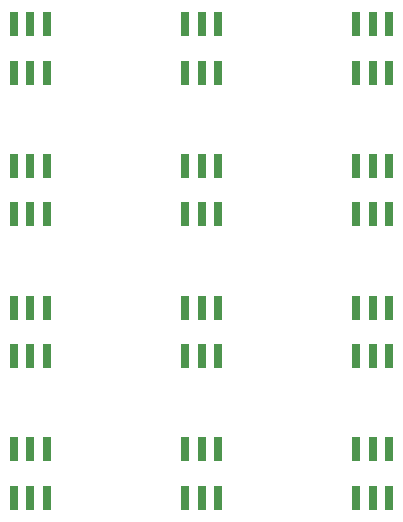
<source format=gbr>
G04 #@! TF.GenerationSoftware,KiCad,Pcbnew,5.0.2-bee76a0~70~ubuntu18.04.1*
G04 #@! TF.CreationDate,2020-02-19T12:34:17+01:00*
G04 #@! TF.ProjectId,output.schmitt_trigger_adapter,6f757470-7574-42e7-9363-686d6974745f,rev?*
G04 #@! TF.SameCoordinates,Original*
G04 #@! TF.FileFunction,Paste,Top*
G04 #@! TF.FilePolarity,Positive*
%FSLAX46Y46*%
G04 Gerber Fmt 4.6, Leading zero omitted, Abs format (unit mm)*
G04 Created by KiCad (PCBNEW 5.0.2-bee76a0~70~ubuntu18.04.1) date Wed 19 Feb 2020 12:34:17 PM CET*
%MOMM*%
%LPD*%
G01*
G04 APERTURE LIST*
%ADD10R,0.700000X2.000000*%
G04 APERTURE END LIST*
D10*
G04 #@! TO.C,J1*
X165700000Y-109950000D03*
X164300000Y-109950000D03*
X162900000Y-109950000D03*
X162900000Y-114050000D03*
X165700000Y-114050000D03*
X164300000Y-114050000D03*
G04 #@! TD*
G04 #@! TO.C,J1*
X151200000Y-109950000D03*
X149800000Y-109950000D03*
X148400000Y-109950000D03*
X148400000Y-114050000D03*
X151200000Y-114050000D03*
X149800000Y-114050000D03*
G04 #@! TD*
G04 #@! TO.C,J1*
X136700000Y-109950000D03*
X135300000Y-109950000D03*
X133900000Y-109950000D03*
X133900000Y-114050000D03*
X136700000Y-114050000D03*
X135300000Y-114050000D03*
G04 #@! TD*
G04 #@! TO.C,J1*
X165700000Y-97950000D03*
X164300000Y-97950000D03*
X162900000Y-97950000D03*
X162900000Y-102050000D03*
X165700000Y-102050000D03*
X164300000Y-102050000D03*
G04 #@! TD*
G04 #@! TO.C,J1*
X151200000Y-97950000D03*
X149800000Y-97950000D03*
X148400000Y-97950000D03*
X148400000Y-102050000D03*
X151200000Y-102050000D03*
X149800000Y-102050000D03*
G04 #@! TD*
G04 #@! TO.C,J1*
X136700000Y-97950000D03*
X135300000Y-97950000D03*
X133900000Y-97950000D03*
X133900000Y-102050000D03*
X136700000Y-102050000D03*
X135300000Y-102050000D03*
G04 #@! TD*
G04 #@! TO.C,J1*
X165700000Y-85950000D03*
X164300000Y-85950000D03*
X162900000Y-85950000D03*
X162900000Y-90050000D03*
X165700000Y-90050000D03*
X164300000Y-90050000D03*
G04 #@! TD*
G04 #@! TO.C,J1*
X151200000Y-85950000D03*
X149800000Y-85950000D03*
X148400000Y-85950000D03*
X148400000Y-90050000D03*
X151200000Y-90050000D03*
X149800000Y-90050000D03*
G04 #@! TD*
G04 #@! TO.C,J1*
X136700000Y-85950000D03*
X135300000Y-85950000D03*
X133900000Y-85950000D03*
X133900000Y-90050000D03*
X136700000Y-90050000D03*
X135300000Y-90050000D03*
G04 #@! TD*
G04 #@! TO.C,J1*
X165700000Y-73950000D03*
X164300000Y-73950000D03*
X162900000Y-73950000D03*
X162900000Y-78050000D03*
X165700000Y-78050000D03*
X164300000Y-78050000D03*
G04 #@! TD*
G04 #@! TO.C,J1*
X151200000Y-73950000D03*
X149800000Y-73950000D03*
X148400000Y-73950000D03*
X148400000Y-78050000D03*
X151200000Y-78050000D03*
X149800000Y-78050000D03*
G04 #@! TD*
G04 #@! TO.C,J1*
X135300000Y-78050000D03*
X136700000Y-78050000D03*
X133900000Y-78050000D03*
X133900000Y-73950000D03*
X135300000Y-73950000D03*
X136700000Y-73950000D03*
G04 #@! TD*
M02*

</source>
